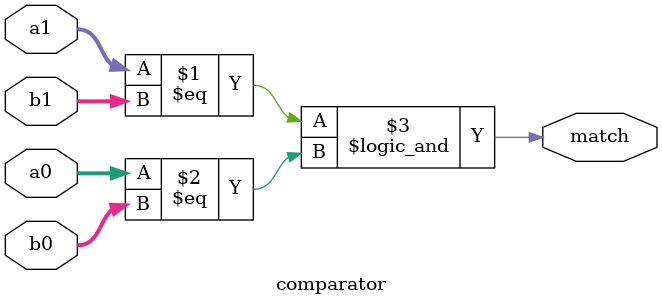
<source format=v>
`timescale 1ns / 1ps


module comparator(
    input [3:0] a1, a0,
    input [3:0] b1, b0,
    output match
);
    assign match = (a1 == b1) && (a0 == b0);
endmodule


</source>
